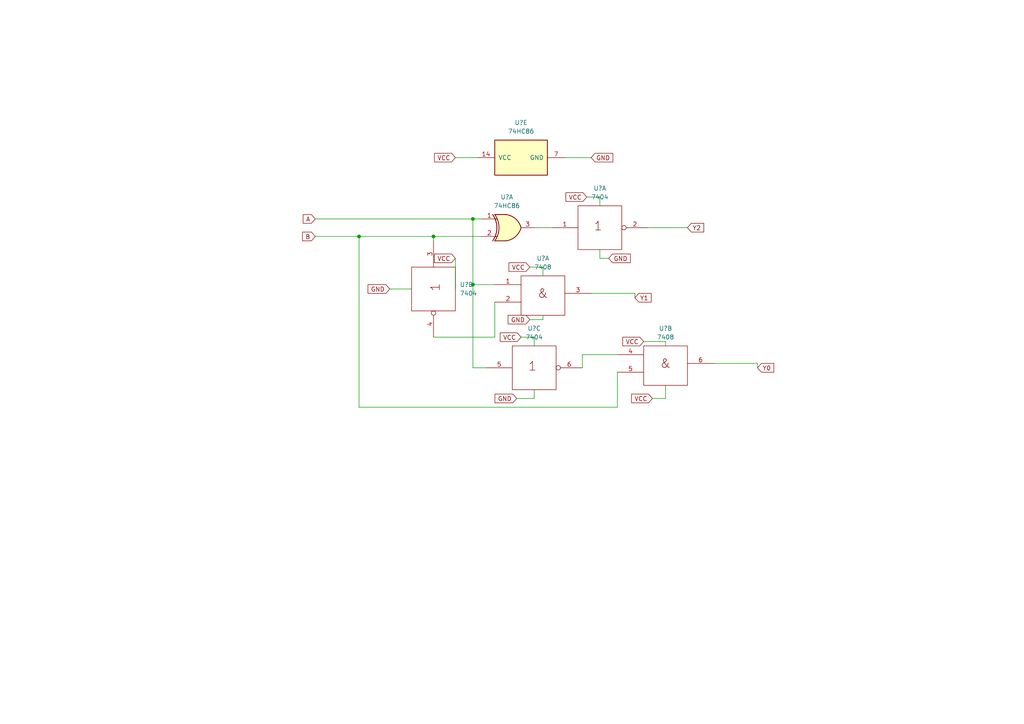
<source format=kicad_sch>
(kicad_sch (version 20211123) (generator eeschema)
  (paper "A4")
  (lib_symbols
    (symbol "74xx:74HC86" (pin_names (offset 1.016))
      (property "Reference" "U" (at 0 1.27 0))
      (property "Value" "74HC86" (at 0 -1.27 0))
      (symbol "74HC86_1_0"
        (arc (start -4.4196 -3.81) (mid -3.2033 0) (end -4.4196 3.81) (stroke (width 0.254)))
        (arc (start -3.81 -3.81) (mid -2.589 0) (end -3.81 3.81) (stroke (width 0.254)))
        (arc (start -0.6096 -3.81) (mid 2.1842 -2.5851) (end 3.81 0) (stroke (width 0.254)) (fill (type background)))
        (polyline (pts (xy -3.81 -3.81) (xy -0.635 -3.81)) (stroke (width 0.254)) (fill (type background)))
        (polyline (pts (xy -3.81 3.81) (xy -0.635 3.81)) (stroke (width 0.254)) (fill (type background)))
        (polyline (pts (xy -0.635 3.81) (xy -3.81 3.81) (xy -3.81 3.81) (xy -3.556 3.4036) (xy -3.0226 2.2606) (xy -2.6924 1.0414) (xy -2.6162 -0.254) (xy -2.7686 -1.4986) (xy -3.175 -2.7178) (xy -3.81 -3.81) (xy -3.81 -3.81) (xy -0.635 -3.81)) (stroke (width -25.4)) (fill (type background)))
        (arc (start 3.81 0) (mid 2.1915 2.5936) (end -0.6096 3.81) (stroke (width 0.254)) (fill (type background)))
        (pin input line (at -7.62 2.54 0) (length 4.445) (name "~") (number "1"))
        (pin input line (at -7.62 -2.54 0) (length 4.445) (name "~") (number "2"))
        (pin output line (at 7.62 0 180) (length 3.81) (name "~") (number "3"))
      )
      (symbol "74HC86_1_1"
        (polyline (pts (xy -3.81 -2.54) (xy -3.175 -2.54)) (stroke (width 0.1524)))
        (polyline (pts (xy -3.81 2.54) (xy -3.175 2.54)) (stroke (width 0.1524)))
      )
      (symbol "74HC86_2_0"
        (arc (start -4.4196 -3.81) (mid -3.2033 0) (end -4.4196 3.81) (stroke (width 0.254)))
        (arc (start -3.81 -3.81) (mid -2.589 0) (end -3.81 3.81) (stroke (width 0.254)))
        (arc (start -0.6096 -3.81) (mid 2.1842 -2.5851) (end 3.81 0) (stroke (width 0.254)) (fill (type background)))
        (polyline (pts (xy -3.81 -3.81) (xy -0.635 -3.81)) (stroke (width 0.254)) (fill (type background)))
        (polyline (pts (xy -3.81 3.81) (xy -0.635 3.81)) (stroke (width 0.254)) (fill (type background)))
        (polyline (pts (xy -0.635 3.81) (xy -3.81 3.81) (xy -3.81 3.81) (xy -3.556 3.4036) (xy -3.0226 2.2606) (xy -2.6924 1.0414) (xy -2.6162 -0.254) (xy -2.7686 -1.4986) (xy -3.175 -2.7178) (xy -3.81 -3.81) (xy -3.81 -3.81) (xy -0.635 -3.81)) (stroke (width -25.4)) (fill (type background)))
        (arc (start 3.81 0) (mid 2.1915 2.5936) (end -0.6096 3.81) (stroke (width 0.254)) (fill (type background)))
        (pin input line (at -7.62 2.54 0) (length 4.445) (name "~") (number "4"))
        (pin input line (at -7.62 -2.54 0) (length 4.445) (name "~") (number "5"))
        (pin output line (at 7.62 0 180) (length 3.81) (name "~") (number "6"))
      )
      (symbol "74HC86_2_1"
        (polyline (pts (xy -3.81 -2.54) (xy -3.175 -2.54)) (stroke (width 0.1524)))
        (polyline (pts (xy -3.81 2.54) (xy -3.175 2.54)) (stroke (width 0.1524)))
      )
      (symbol "74HC86_3_0"
        (arc (start -4.4196 -3.81) (mid -3.2033 0) (end -4.4196 3.81) (stroke (width 0.254)))
        (arc (start -3.81 -3.81) (mid -2.589 0) (end -3.81 3.81) (stroke (width 0.254)))
        (arc (start -0.6096 -3.81) (mid 2.1842 -2.5851) (end 3.81 0) (stroke (width 0.254)) (fill (type background)))
        (polyline (pts (xy -3.81 -3.81) (xy -0.635 -3.81)) (stroke (width 0.254)) (fill (type background)))
        (polyline (pts (xy -3.81 3.81) (xy -0.635 3.81)) (stroke (width 0.254)) (fill (type background)))
        (polyline (pts (xy -0.635 3.81) (xy -3.81 3.81) (xy -3.81 3.81) (xy -3.556 3.4036) (xy -3.0226 2.2606) (xy -2.6924 1.0414) (xy -2.6162 -0.254) (xy -2.7686 -1.4986) (xy -3.175 -2.7178) (xy -3.81 -3.81) (xy -3.81 -3.81) (xy -0.635 -3.81)) (stroke (width -25.4)) (fill (type background)))
        (arc (start 3.81 0) (mid 2.1915 2.5936) (end -0.6096 3.81) (stroke (width 0.254)) (fill (type background)))
        (pin input line (at -7.62 -2.54 0) (length 4.445) (name "~") (number "10"))
        (pin output line (at 7.62 0 180) (length 3.81) (name "~") (number "8"))
        (pin input line (at -7.62 2.54 0) (length 4.445) (name "~") (number "9"))
      )
      (symbol "74HC86_3_1"
        (polyline (pts (xy -3.81 -2.54) (xy -3.175 -2.54)) (stroke (width 0.1524)))
        (polyline (pts (xy -3.81 2.54) (xy -3.175 2.54)) (stroke (width 0.1524)))
      )
      (symbol "74HC86_4_0"
        (arc (start -4.4196 -3.81) (mid -3.2033 0) (end -4.4196 3.81) (stroke (width 0.254)))
        (arc (start -3.81 -3.81) (mid -2.589 0) (end -3.81 3.81) (stroke (width 0.254)))
        (arc (start -0.6096 -3.81) (mid 2.1842 -2.5851) (end 3.81 0) (stroke (width 0.254)) (fill (type background)))
        (polyline (pts (xy -3.81 -3.81) (xy -0.635 -3.81)) (stroke (width 0.254)) (fill (type background)))
        (polyline (pts (xy -3.81 3.81) (xy -0.635 3.81)) (stroke (width 0.254)) (fill (type background)))
        (polyline (pts (xy -0.635 3.81) (xy -3.81 3.81) (xy -3.81 3.81) (xy -3.556 3.4036) (xy -3.0226 2.2606) (xy -2.6924 1.0414) (xy -2.6162 -0.254) (xy -2.7686 -1.4986) (xy -3.175 -2.7178) (xy -3.81 -3.81) (xy -3.81 -3.81) (xy -0.635 -3.81)) (stroke (width -25.4)) (fill (type background)))
        (arc (start 3.81 0) (mid 2.1915 2.5936) (end -0.6096 3.81) (stroke (width 0.254)) (fill (type background)))
        (pin output line (at 7.62 0 180) (length 3.81) (name "~") (number "11"))
        (pin input line (at -7.62 2.54 0) (length 4.445) (name "~") (number "12"))
        (pin input line (at -7.62 -2.54 0) (length 4.445) (name "~") (number "13"))
      )
      (symbol "74HC86_4_1"
        (polyline (pts (xy -3.81 -2.54) (xy -3.175 -2.54)) (stroke (width 0.1524)))
        (polyline (pts (xy -3.81 2.54) (xy -3.175 2.54)) (stroke (width 0.1524)))
      )
      (symbol "74HC86_5_0"
        (pin power_in line (at 0 12.7 270) (length 5.08) (name "VCC") (number "14"))
        (pin power_in line (at 0 -12.7 90) (length 5.08) (name "GND") (number "7"))
      )
      (symbol "74HC86_5_1"
        (rectangle (start -5.08 7.62) (end 5.08 -7.62) (stroke (width 0.254)) (fill (type background)))
      )
    )
    (symbol "74xx_IEEE:7404" (pin_names (offset 0.762))
      (property "Reference" "U" (at 5.08 7.62 0))
      (property "Value" "7404" (at 3.81 -8.89 0))
      (symbol "7404_0_0"
        (text "1" (at -0.508 0.508 0) (effects (font (size 2.54 2.54))))
      )
      (symbol "7404_0_1"
        (rectangle (start -6.35 6.35) (end 6.35 -6.35))
        (pin power_in line (at 0 6.35 270) (length 0) hide (name "Vcc") (number "14"))
        (pin power_in line (at 0 -6.35 90) (length 0) hide (name "Gnd") (number "7"))
      )
      (symbol "7404_1_1"
        (pin input line (at -13.97 0 0) (length 7.62) (name "~") (number "1"))
        (pin input inverted (at 13.97 0 180) (length 7.62) (name "~") (number "2"))
      )
      (symbol "7404_2_1"
        (pin input line (at -13.97 0 0) (length 7.62) (name "~") (number "3"))
        (pin input inverted (at 13.97 0 180) (length 7.62) (name "~") (number "4"))
      )
      (symbol "7404_3_1"
        (pin input line (at -13.97 0 0) (length 7.62) (name "~") (number "5"))
        (pin input inverted (at 13.97 0 180) (length 7.62) (name "~") (number "6"))
      )
      (symbol "7404_4_1"
        (pin input inverted (at 13.97 0 180) (length 7.62) (name "~") (number "8"))
        (pin input line (at -13.97 0 0) (length 7.62) (name "~") (number "9"))
      )
      (symbol "7404_5_1"
        (pin input inverted (at 13.97 0 180) (length 7.62) (name "~") (number "10"))
        (pin input line (at -13.97 0 0) (length 7.62) (name "~") (number "11"))
      )
      (symbol "7404_6_1"
        (pin input inverted (at 13.97 0 180) (length 7.62) (name "~") (number "12"))
        (pin input line (at -13.97 0 0) (length 7.62) (name "~") (number "13"))
      )
    )
    (symbol "74xx_IEEE:7408" (pin_names (offset 0.762))
      (property "Reference" "U" (at 2.54 7.62 0))
      (property "Value" "7408" (at 3.81 -8.89 0))
      (symbol "7408_0_1"
        (rectangle (start -6.35 5.08) (end 6.35 -6.35))
        (text "&" (at 0 0 0) (effects (font (size 2.54 2.54))))
        (pin power_in line (at 0 5.08 270) (length 0) hide (name "Vcc") (number "14"))
        (pin power_in line (at 0 -6.35 90) (length 0) hide (name "Gnd") (number "7"))
      )
      (symbol "7408_1_1"
        (pin input line (at -13.97 2.54 0) (length 7.62) (name "~") (number "1"))
        (pin input line (at -13.97 -2.54 0) (length 7.62) (name "~") (number "2"))
        (pin output line (at 13.97 0 180) (length 7.62) (name "~") (number "3"))
      )
      (symbol "7408_2_1"
        (pin input line (at -13.97 2.54 0) (length 7.62) (name "~") (number "4"))
        (pin input line (at -13.97 -2.54 0) (length 7.62) (name "~") (number "5"))
        (pin input line (at 13.97 0 180) (length 7.62) (name "~") (number "6"))
      )
      (symbol "7408_3_1"
        (pin input line (at -13.97 -2.54 0) (length 7.62) (name "~") (number "10"))
        (pin input line (at 13.97 0 180) (length 7.62) (name "~") (number "8"))
        (pin input line (at -13.97 2.54 0) (length 7.62) (name "~") (number "9"))
      )
      (symbol "7408_4_1"
        (pin input line (at 13.97 0 180) (length 7.62) (name "~") (number "11"))
        (pin input line (at -13.97 2.54 0) (length 7.62) (name "~") (number "12"))
        (pin input line (at -13.97 -2.54 0) (length 7.62) (name "~") (number "13"))
      )
    )
  )
  (junction (at 104.14 68.58))
  (junction (at 137.16 82.55))
  (junction (at 137.16 63.5))
  (junction (at 125.73 68.58))
  (wire (pts (xy 163.83 45.72) (xy 171.45 45.72)))
  (wire (pts (xy 207.01 105.41) (xy 219.71 105.41)))
  (wire (pts (xy 153.67 77.47) (xy 157.48 77.47)))
  (wire (pts (xy 143.51 82.55) (xy 137.16 82.55)))
  (wire (pts (xy 193.04 99.06) (xy 193.04 100.33)))
  (wire (pts (xy 125.73 68.58) (xy 139.7 68.58)))
  (wire (pts (xy 132.08 74.93) (xy 132.08 83.82)))
  (wire (pts (xy 184.15 85.09) (xy 184.15 86.36)))
  (wire (pts (xy 154.94 66.04) (xy 160.02 66.04)))
  (wire (pts (xy 137.16 63.5) (xy 137.16 82.55)))
  (wire (pts (xy 157.48 77.47) (xy 157.48 80.01)))
  (wire (pts (xy 137.16 63.5) (xy 139.7 63.5)))
  (wire (pts (xy 154.94 115.57) (xy 154.94 113.03)))
  (wire (pts (xy 193.04 115.57) (xy 193.04 111.76)))
  (wire (pts (xy 157.48 92.71) (xy 157.48 91.44)))
  (wire (pts (xy 132.08 45.72) (xy 138.43 45.72)))
  (wire (pts (xy 149.86 115.57) (xy 154.94 115.57)))
  (wire (pts (xy 154.94 97.79) (xy 154.94 100.33)))
  (wire (pts (xy 219.71 105.41) (xy 219.71 106.68)))
  (wire (pts (xy 137.16 106.68) (xy 137.16 82.55)))
  (wire (pts (xy 179.07 118.11) (xy 179.07 107.95)))
  (wire (pts (xy 171.45 85.09) (xy 184.15 85.09)))
  (wire (pts (xy 170.18 57.15) (xy 173.99 57.15)))
  (wire (pts (xy 91.44 68.58) (xy 104.14 68.58)))
  (wire (pts (xy 125.73 68.58) (xy 125.73 69.85)))
  (wire (pts (xy 187.96 66.04) (xy 199.39 66.04)))
  (wire (pts (xy 143.51 97.79) (xy 143.51 87.63)))
  (wire (pts (xy 173.99 74.93) (xy 173.99 72.39)))
  (wire (pts (xy 140.97 106.68) (xy 137.16 106.68)))
  (wire (pts (xy 125.73 97.79) (xy 143.51 97.79)))
  (wire (pts (xy 104.14 118.11) (xy 104.14 68.58)))
  (wire (pts (xy 176.53 74.93) (xy 173.99 74.93)))
  (wire (pts (xy 104.14 68.58) (xy 125.73 68.58)))
  (wire (pts (xy 173.99 57.15) (xy 173.99 59.69)))
  (wire (pts (xy 168.91 106.68) (xy 168.91 102.87)))
  (wire (pts (xy 113.03 83.82) (xy 119.38 83.82)))
  (wire (pts (xy 168.91 102.87) (xy 179.07 102.87)))
  (wire (pts (xy 179.07 118.11) (xy 104.14 118.11)))
  (wire (pts (xy 91.44 63.5) (xy 137.16 63.5)))
  (wire (pts (xy 186.69 99.06) (xy 193.04 99.06)))
  (wire (pts (xy 151.13 97.79) (xy 154.94 97.79)))
  (wire (pts (xy 153.67 92.71) (xy 157.48 92.71)))
  (wire (pts (xy 189.23 115.57) (xy 193.04 115.57)))
  (global_label "Y2" (shape input) (at 199.39 66.04 0) (property "Intersheet References" "${INTERSHEET_REFS}" (effects hide)))
  (global_label "VCC" (shape input) (at 132.08 45.72 180) (property "Intersheet References" "${INTERSHEET_REFS}" (effects hide)))
  (global_label "VCC" (shape input) (at 186.69 99.06 180) (property "Intersheet References" "${INTERSHEET_REFS}" (effects hide)))
  (global_label "Y0" (shape input) (at 219.71 106.68 0) (property "Intersheet References" "${INTERSHEET_REFS}" (effects hide)))
  (global_label "VCC" (shape input) (at 189.23 115.57 180) (property "Intersheet References" "${INTERSHEET_REFS}" (effects hide)))
  (global_label "VCC" (shape input) (at 170.18 57.15 180) (property "Intersheet References" "${INTERSHEET_REFS}" (effects hide)))
  (global_label "GND" (shape input) (at 149.86 115.57 180) (property "Intersheet References" "${INTERSHEET_REFS}" (effects hide)))
  (global_label "B" (shape input) (at 91.44 68.58 180) (property "Intersheet References" "${INTERSHEET_REFS}" (effects hide)))
  (global_label "VCC" (shape input) (at 132.08 74.93 180) (property "Intersheet References" "${INTERSHEET_REFS}" (effects hide)))
  (global_label "A" (shape input) (at 91.44 63.5 180) (property "Intersheet References" "${INTERSHEET_REFS}" (effects hide)))
  (global_label "GND" (shape input) (at 171.45 45.72 0) (property "Intersheet References" "${INTERSHEET_REFS}" (effects hide)))
  (global_label "VCC" (shape input) (at 153.67 77.47 180) (property "Intersheet References" "${INTERSHEET_REFS}" (effects hide)))
  (global_label "GND" (shape input) (at 153.67 92.71 180) (property "Intersheet References" "${INTERSHEET_REFS}" (effects hide)))
  (global_label "VCC" (shape input) (at 151.13 97.79 180) (property "Intersheet References" "${INTERSHEET_REFS}" (effects hide)))
  (global_label "Y1" (shape input) (at 184.15 86.36 0) (property "Intersheet References" "${INTERSHEET_REFS}" (effects hide)))
  (global_label "GND" (shape input) (at 176.53 74.93 0) (property "Intersheet References" "${INTERSHEET_REFS}" (effects hide)))
  (global_label "GND" (shape input) (at 113.03 83.82 180) (property "Intersheet References" "${INTERSHEET_REFS}" (effects hide)))
  (symbol (lib_id "74xx:74HC86") (at 151.13 45.72 90) (unit 5)
    (property "Reference" "U?" (at 151.13 35.56 90))
    (property "Value" "74HC86" (at 151.13 38.1 90))
    (property "Datasheet" "http://www.ti.com/lit/gpn/sn74HC86" (effects hide))
  )
  (symbol (lib_id "74xx_IEEE:7404") (at 154.94 106.68 0) (unit 3)
    (property "Reference" "U?" (at 154.94 95.25 0))
    (property "Value" "7404" (at 154.94 97.79 0))
  )
  (symbol (lib_id "74xx_IEEE:7404") (at 125.73 83.82 270) (unit 2)
    (property "Reference" "U?" (at 133.35 82.5499 90) (effects (justify left)))
    (property "Value" "7404" (at 133.35 85.0899 90) (effects (justify left)))
  )
  (symbol (lib_id "74xx_IEEE:7408") (at 157.48 85.09 0) (unit 1)
    (property "Reference" "U?" (at 157.48 74.93 0))
    (property "Value" "7408" (at 157.48 77.47 0))
  )
  (symbol (lib_id "74xx:74HC86") (at 147.32 66.04 0) (unit 1)
    (property "Reference" "U?" (at 147.0152 57.15 0))
    (property "Value" "74HC86" (at 147.0152 59.69 0))
    (property "Datasheet" "http://www.ti.com/lit/gpn/sn74HC86" (effects hide))
  )
  (symbol (lib_id "74xx_IEEE:7408") (at 193.04 105.41 0) (unit 2)
    (property "Reference" "U?" (at 193.04 95.25 0))
    (property "Value" "7408" (at 193.04 97.79 0))
  )
  (symbol (lib_id "74xx_IEEE:7404") (at 173.99 66.04 0) (unit 1)
    (property "Reference" "U?" (at 173.99 54.61 0))
    (property "Value" "7404" (at 173.99 57.15 0))
  )
)
</source>
